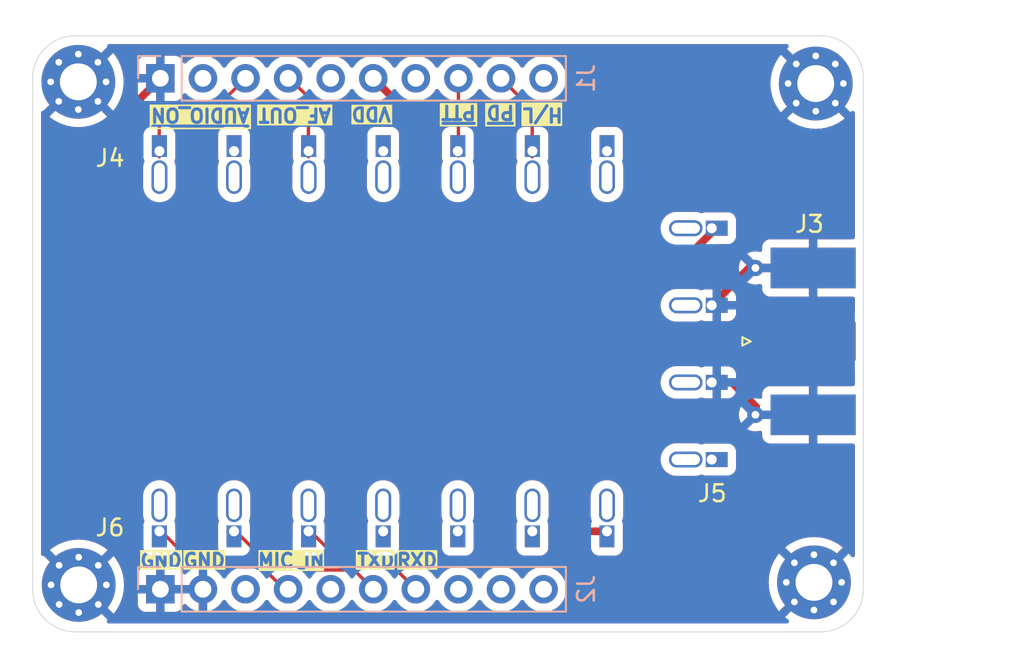
<source format=kicad_pcb>
(kicad_pcb (version 20240108) (generator "pcbnew") (generator_version "8.0")
  (layers (0 "F.Cu" signal) (31 "B.Cu" signal) (34 "B.Paste" user) (35 "F.Paste" user) (36 "B.SilkS" user "B.Silkscreen") (37 "F.SilkS" user "F.Silkscreen") (38 "B.Mask" user) (39 "F.Mask" user) (44 "Edge.Cuts" user))
  (net 0 "")
  (net 1 "GND")
  (net 2 "/~{Audio_ON}")
  (net 3 "/AF_OUT")
  (net 4 "/RXD")
  (net 6 "/MIC_IN")
  (net 7 "/~{PD}")
  (net 8 "/TXD")
  (net 9 "/H{slash}L")
  (net 10 "VDD")
  (net 12 "/~{PTT}")
  (net 13 "/ANT")
  (net 14 "/NC04")
  (net 15 "/NC02")
  (net 16 "/NC11")
  (net 17 "/NC13")
  (net 18 "/NC14")
  (net 19 "/NC15")
  (net 26 "/OPC")
  (footprint "MountingHole:MountingHole_2.2mm_M2_Pad_Via" (layer "F.Cu") (at 132.287594 103.87908)
    (property "Reference" "REF3" (hide yes))
    (property "Value" "Conn_01x01")
    (pad "1" thru_hole circle (at -1.65 0) (size 0.7 0.7) (drill 0.4) (layers "*.Cu" "*.Mask") (net 1 "GND"))
    (pad "1" thru_hole circle (at -1.166726 -1.166726) (size 0.7 0.7) (drill 0.4) (layers "*.Cu" "*.Mask") (net 1 "GND"))
    (pad "1" thru_hole circle (at -1.166726 1.166726) (size 0.7 0.7) (drill 0.4) (layers "*.Cu" "*.Mask") (net 1 "GND"))
    (pad "1" thru_hole circle (at 0 -1.65) (size 0.7 0.7) (drill 0.4) (layers "*.Cu" "*.Mask") (net 1 "GND"))
    (pad "1" thru_hole circle (at 0 0) (size 4.4 4.4) (drill 2.2) (layers "*.Cu" "*.Mask") (net 1 "GND"))
    (pad "1" thru_hole circle (at 0 1.65) (size 0.7 0.7) (drill 0.4) (layers "*.Cu" "*.Mask") (net 1 "GND"))
    (pad "1" thru_hole circle (at 1.166726 -1.166726) (size 0.7 0.7) (drill 0.4) (layers "*.Cu" "*.Mask") (net 1 "GND"))
    (pad "1" thru_hole circle (at 1.166726 1.166726) (size 0.7 0.7) (drill 0.4) (layers "*.Cu" "*.Mask") (net 1 "GND"))
    (pad "1" thru_hole circle (at 1.65 0) (size 0.7 0.7) (drill 0.4) (layers "*.Cu" "*.Mask") (net 1 "GND"))
  )
  (footprint "FlexyPin:FlexyPin_1x04_P4.60mm" (layer "F.Cu") (at 170.050534 96.401419 180)
    (property "Reference" "J5" (at -0.033709 -2.022038 0) (layer "F.SilkS"))
    (property "Value" "Conn_01x04")
    (pad "" thru_hole oval (at 1.55 0 180) (size 2 0.95) (drill oval 1.7 0.65) (layers "*.Cu" "*.Mask"))
    (pad "" thru_hole oval (at 1.55 4.6 180) (size 2 0.95) (drill oval 1.7 0.65) (layers "*.Cu" "*.Mask"))
    (pad "" thru_hole oval (at 1.55 9.2 180) (size 2 0.95) (drill oval 1.7 0.65) (layers "*.Cu" "*.Mask"))
    (pad "" thru_hole oval (at 1.55 13.8 180) (size 2 0.95) (drill oval 1.7 0.65) (layers "*.Cu" "*.Mask"))
    (pad "1" thru_hole rect (at 0 0 180) (size 1.3 0.9) (drill 0.6 (offset -0.3 0)) (layers "*.Cu" "*.Mask") (net 16 "/NC11"))
    (pad "2" thru_hole rect (at 0 4.6 180) (size 1.3 0.9) (drill 0.6 (offset -0.3 0)) (layers "*.Cu" "*.Mask") (net 1 "GND"))
    (pad "3" thru_hole rect (at 0 9.2 180) (size 1.3 0.9) (drill 0.6 (offset -0.3 0)) (layers "*.Cu" "*.Mask") (net 1 "GND"))
    (pad "4" thru_hole rect (at 0 13.8 180) (size 1.3 0.9) (drill 0.6 (offset -0.3 0)) (layers "*.Cu" "*.Mask") (net 10 "VDD"))
  )
  (footprint "MountingHole:MountingHole_2.2mm_M2_Pad_Via" (layer "F.Cu") (at 176.256986 73.972015)
    (property "Reference" "REF2" (hide yes))
    (property "Value" "Conn_01x01")
    (pad "1" thru_hole circle (at -1.65 0) (size 0.7 0.7) (drill 0.4) (layers "*.Cu" "*.Mask") (net 1 "GND"))
    (pad "1" thru_hole circle (at -1.166726 -1.166726) (size 0.7 0.7) (drill 0.4) (layers "*.Cu" "*.Mask") (net 1 "GND"))
    (pad "1" thru_hole circle (at -1.166726 1.166726) (size 0.7 0.7) (drill 0.4) (layers "*.Cu" "*.Mask") (net 1 "GND"))
    (pad "1" thru_hole circle (at 0 -1.65) (size 0.7 0.7) (drill 0.4) (layers "*.Cu" "*.Mask") (net 1 "GND"))
    (pad "1" thru_hole circle (at 0 0) (size 4.4 4.4) (drill 2.2) (layers "*.Cu" "*.Mask") (net 1 "GND"))
    (pad "1" thru_hole circle (at 0 1.65) (size 0.7 0.7) (drill 0.4) (layers "*.Cu" "*.Mask") (net 1 "GND"))
    (pad "1" thru_hole circle (at 1.166726 -1.166726) (size 0.7 0.7) (drill 0.4) (layers "*.Cu" "*.Mask") (net 1 "GND"))
    (pad "1" thru_hole circle (at 1.166726 1.166726) (size 0.7 0.7) (drill 0.4) (layers "*.Cu" "*.Mask") (net 1 "GND"))
    (pad "1" thru_hole circle (at 1.65 0) (size 0.7 0.7) (drill 0.4) (layers "*.Cu" "*.Mask") (net 1 "GND"))
  )
  (footprint "FlexyPin:FlexyPin_1x07_P4.45mm" (layer "F.Cu") (at 163.803844 78.003255 -90)
    (property "Reference" "J4" (at 0.420719 29.6463 0) (layer "F.SilkS"))
    (property "Value" "Conn_01x07")
    (pad "" thru_hole oval (at 1.55 0 270) (size 2 0.95) (drill oval 1.7 0.65) (layers "*.Cu" "*.Mask"))
    (pad "" thru_hole oval (at 1.55 4.45 270) (size 2 0.95) (drill oval 1.7 0.65) (layers "*.Cu" "*.Mask"))
    (pad "" thru_hole oval (at 1.55 8.9 270) (size 2 0.95) (drill oval 1.7 0.65) (layers "*.Cu" "*.Mask"))
    (pad "" thru_hole oval (at 1.55 13.35 270) (size 2 0.95) (drill oval 1.7 0.65) (layers "*.Cu" "*.Mask"))
    (pad "" thru_hole oval (at 1.55 17.8 270) (size 2 0.95) (drill oval 1.7 0.65) (layers "*.Cu" "*.Mask"))
    (pad "" thru_hole oval (at 1.55 22.25 270) (size 2 0.95) (drill oval 1.7 0.65) (layers "*.Cu" "*.Mask"))
    (pad "" thru_hole oval (at 1.55 26.7 270) (size 2 0.95) (drill oval 1.7 0.65) (layers "*.Cu" "*.Mask"))
    (pad "1" thru_hole rect (at 0 0 270) (size 1.3 0.9) (drill 0.6 (offset -0.3 0)) (layers "*.Cu" "*.Mask") (net 9 "/H{slash}L"))
    (pad "2" thru_hole rect (at 0 4.45 270) (size 1.3 0.9) (drill 0.6 (offset -0.3 0)) (layers "*.Cu" "*.Mask") (net 7 "/~{PD}"))
    (pad "3" thru_hole rect (at 0 8.9 270) (size 1.3 0.9) (drill 0.6 (offset -0.3 0)) (layers "*.Cu" "*.Mask") (net 12 "/~{PTT}"))
    (pad "4" thru_hole rect (at 0 13.35 270) (size 1.3 0.9) (drill 0.6 (offset -0.3 0)) (layers "*.Cu" "*.Mask") (net 14 "/NC04"))
    (pad "5" thru_hole rect (at 0 17.8 270) (size 1.3 0.9) (drill 0.6 (offset -0.3 0)) (layers "*.Cu" "*.Mask") (net 3 "/AF_OUT"))
    (pad "6" thru_hole rect (at 0 22.25 270) (size 1.3 0.9) (drill 0.6 (offset -0.3 0)) (layers "*.Cu" "*.Mask") (net 15 "/NC02"))
    (pad "7" thru_hole rect (at 0 26.7 270) (size 1.3 0.9) (drill 0.6 (offset -0.3 0)) (layers "*.Cu" "*.Mask") (net 2 "/~{Audio_ON}"))
  )
  (footprint "Connector_Coaxial:SMA_Molex_73251-1153_EdgeMount_Horizontal" (layer "F.Cu") (at 174.377887 89.353425 180)
    (property "Reference" "J3" (at -1.5 7 0) (layer "F.SilkS"))
    (property "Value" "Conn_Coaxial")
    (fp_line (start 2.5 0.25) (end 2 0) (stroke (width 0.12)) (layer "F.SilkS"))
    (fp_line (start 2.5 -0.25) (end 2.5 0.25) (stroke (width 0.12)) (layer "F.SilkS"))
    (fp_line (start 2 0) (end 2.5 -0.25) (stroke (width 0.12)) (layer "F.SilkS"))
    (pad "1" smd rect (at -1.72 0 180) (size 5.08 2.29) (layers "F.Cu" "F.Paste" "F.Mask") (net 13 "/ANT"))
    (pad "2" smd rect (at -1.72 -4.38 180) (size 5.08 2.42) (layers "F.Cu" "F.Paste" "F.Mask") (net 1 "GND"))
    (pad "2" smd rect (at -1.72 -4.38 180) (size 5.08 2.42) (layers "B.Cu" "B.Paste" "B.Mask") (net 1 "GND"))
    (pad "2" smd rect (at -1.72 4.38 180) (size 5.08 2.42) (layers "F.Cu" "F.Paste" "F.Mask") (net 1 "GND"))
    (pad "2" smd rect (at -1.72 4.38 180) (size 5.08 2.42) (layers "B.Cu" "B.Paste" "B.Mask") (net 1 "GND"))
    (pad "2" smd rect (at 1.27 -4.38 180) (size 0.95 0.46) (layers "F.Cu") (net 1 "GND"))
    (pad "2" smd rect (at 1.27 -4.38 180) (size 0.95 0.46) (layers "B.Cu") (net 1 "GND"))
    (pad "2" smd rect (at 1.27 4.38 180) (size 0.95 0.46) (layers "F.Cu") (net 1 "GND"))
    (pad "2" smd rect (at 1.27 4.38 180) (size 0.95 0.46) (layers "B.Cu") (net 1 "GND"))
    (pad "2" thru_hole circle (at 1.72 -4.38 180) (size 0.97 0.97) (drill 0.46) (layers "*.Cu") (net 1 "GND"))
    (pad "2" thru_hole circle (at 1.72 4.38 180) (size 0.97 0.97) (drill 0.46) (layers "*.Cu") (net 1 "GND"))
  )
  (footprint "MountingHole:MountingHole_2.2mm_M2_Pad_Via" (layer "F.Cu") (at 132.265465 73.869715)
    (property "Reference" "REF1" (hide yes))
    (property "Value" "Conn_01x01")
    (pad "1" thru_hole circle (at -1.65 0) (size 0.7 0.7) (drill 0.4) (layers "*.Cu" "*.Mask") (net 1 "GND"))
    (pad "1" thru_hole circle (at -1.166726 -1.166726) (size 0.7 0.7) (drill 0.4) (layers "*.Cu" "*.Mask") (net 1 "GND"))
    (pad "1" thru_hole circle (at -1.166726 1.166726) (size 0.7 0.7) (drill 0.4) (layers "*.Cu" "*.Mask") (net 1 "GND"))
    (pad "1" thru_hole circle (at 0 -1.65) (size 0.7 0.7) (drill 0.4) (layers "*.Cu" "*.Mask") (net 1 "GND"))
    (pad "1" thru_hole circle (at 0 0) (size 4.4 4.4) (drill 2.2) (layers "*.Cu" "*.Mask") (net 1 "GND"))
    (pad "1" thru_hole circle (at 0 1.65) (size 0.7 0.7) (drill 0.4) (layers "*.Cu" "*.Mask") (net 1 "GND"))
    (pad "1" thru_hole circle (at 1.166726 -1.166726) (size 0.7 0.7) (drill 0.4) (layers "*.Cu" "*.Mask") (net 1 "GND"))
    (pad "1" thru_hole circle (at 1.166726 1.166726) (size 0.7 0.7) (drill 0.4) (layers "*.Cu" "*.Mask") (net 1 "GND"))
    (pad "1" thru_hole circle (at 1.65 0) (size 0.7 0.7) (drill 0.4) (layers "*.Cu" "*.Mask") (net 1 "GND"))
  )
  (footprint "FlexyPin:FlexyPin_1x07_P4.45mm" (layer "F.Cu") (at 137.101526 100.682648 90)
    (property "Reference" "J6" (at 0.216785 -2.9463 180) (layer "F.SilkS"))
    (property "Value" "Conn_01x07")
    (pad "" thru_hole oval (at 1.55 0 90) (size 2 0.95) (drill oval 1.7 0.65) (layers "*.Cu" "*.Mask"))
    (pad "" thru_hole oval (at 1.55 4.45 90) (size 2 0.95) (drill oval 1.7 0.65) (layers "*.Cu" "*.Mask"))
    (pad "" thru_hole oval (at 1.55 8.9 90) (size 2 0.95) (drill oval 1.7 0.65) (layers "*.Cu" "*.Mask"))
    (pad "" thru_hole oval (at 1.55 13.35 90) (size 2 0.95) (drill oval 1.7 0.65) (layers "*.Cu" "*.Mask"))
    (pad "" thru_hole oval (at 1.55 17.8 90) (size 2 0.95) (drill oval 1.7 0.65) (layers "*.Cu" "*.Mask"))
    (pad "" thru_hole oval (at 1.55 22.25 90) (size 2 0.95) (drill oval 1.7 0.65) (layers "*.Cu" "*.Mask"))
    (pad "" thru_hole oval (at 1.55 26.7 90) (size 2 0.95) (drill oval 1.7 0.65) (layers "*.Cu" "*.Mask"))
    (pad "1" thru_hole rect (at 0 0 90) (size 1.3 0.9) (drill 0.6 (offset -0.3 0)) (layers "*.Cu" "*.Mask") (net 6 "/MIC_IN"))
    (pad "2" thru_hole rect (at 0 4.45 90) (size 1.3 0.9) (drill 0.6 (offset -0.3 0)) (layers "*.Cu" "*.Mask") (net 8 "/TXD"))
    (pad "3" thru_hole rect (at 0 8.9 90) (size 1.3 0.9) (drill 0.6 (offset -0.3 0)) (layers "*.Cu" "*.Mask") (net 4 "/RXD"))
    (pad "4" thru_hole rect (at 0 13.35 90) (size 1.3 0.9) (drill 0.6 (offset -0.3 0)) (layers "*.Cu" "*.Mask") (net 19 "/NC15"))
    (pad "5" thru_hole rect (at 0 17.8 90) (size 1.3 0.9) (drill 0.6 (offset -0.3 0)) (layers "*.Cu" "*.Mask") (net 18 "/NC14"))
    (pad "6" thru_hole rect (at 0 22.25 90) (size 1.3 0.9) (drill 0.6 (offset -0.3 0)) (layers "*.Cu" "*.Mask") (net 17 "/NC13"))
    (pad "7" thru_hole rect (at 0 26.7 90) (size 1.3 0.9) (drill 0.6 (offset -0.3 0)) (layers "*.Cu" "*.Mask") (net 13 "/ANT"))
  )
  (footprint "MountingHole:MountingHole_2.2mm_M2_Pad_Via" (layer "F.Cu") (at 176.15 103.728194)
    (property "Reference" "REF4" (hide yes))
    (property "Value" "Conn_01x01")
    (pad "1" thru_hole circle (at -1.65 0) (size 0.7 0.7) (drill 0.4) (layers "*.Cu" "*.Mask") (net 1 "GND"))
    (pad "1" thru_hole circle (at -1.166726 -1.166726) (size 0.7 0.7) (drill 0.4) (layers "*.Cu" "*.Mask") (net 1 "GND"))
    (pad "1" thru_hole circle (at -1.166726 1.166726) (size 0.7 0.7) (drill 0.4) (layers "*.Cu" "*.Mask") (net 1 "GND"))
    (pad "1" thru_hole circle (at 0 -1.65) (size 0.7 0.7) (drill 0.4) (layers "*.Cu" "*.Mask") (net 1 "GND"))
    (pad "1" thru_hole circle (at 0 0) (size 4.4 4.4) (drill 2.2) (layers "*.Cu" "*.Mask") (net 1 "GND"))
    (pad "1" thru_hole circle (at 0 1.65) (size 0.7 0.7) (drill 0.4) (layers "*.Cu" "*.Mask") (net 1 "GND"))
    (pad "1" thru_hole circle (at 1.166726 -1.166726) (size 0.7 0.7) (drill 0.4) (layers "*.Cu" "*.Mask") (net 1 "GND"))
    (pad "1" thru_hole circle (at 1.166726 1.166726) (size 0.7 0.7) (drill 0.4) (layers "*.Cu" "*.Mask") (net 1 "GND"))
    (pad "1" thru_hole circle (at 1.65 0) (size 0.7 0.7) (drill 0.4) (layers "*.Cu" "*.Mask") (net 1 "GND"))
  )
  (footprint "Connector_PinHeader_2.54mm:PinHeader_1x10_P2.54mm_Vertical" (layer "B.Cu") (at 137.16 73.66 -90)
    (property "Reference" "J1" (at 0 -25.4 90) (layer "B.SilkS") (effects (justify mirror)))
    (property "Value" "Conn_01x10")
    (fp_line (start -1.33 1.33) (end -1.33 0) (stroke (width 0.12)) (layer "B.SilkS"))
    (fp_line (start 0 1.33) (end -1.33 1.33) (stroke (width 0.12)) (layer "B.SilkS"))
    (fp_line (start 1.33 -1.27) (end -1.33 -1.27) (stroke (width 0.12)) (layer "B.SilkS"))
    (fp_line (start -1.33 -24.19) (end -1.33 -1.27) (stroke (width 0.12)) (layer "B.SilkS"))
    (fp_line (start 1.33 -24.19) (end 1.33 -1.27) (stroke (width 0.12)) (layer "B.SilkS"))
    (fp_line (start 1.33 -24.19) (end -1.33 -24.19) (stroke (width 0.12)) (layer "B.SilkS"))
    (pad "1" thru_hole rect (at 0 0 270) (size 1.7 1.7) (drill 1) (layers "*.Cu" "*.Mask") (net 1 "GND"))
    (pad "2" thru_hole oval (at 0 -2.54 270) (size 1.7 1.7) (drill 1) (layers "*.Cu" "*.Mask"))
    (pad "3" thru_hole oval (at 0 -5.08 270) (size 1.7 1.7) (drill 1) (layers "*.Cu" "*.Mask") (net 2 "/~{Audio_ON}"))
    (pad "4" thru_hole oval (at 0 -7.62 270) (size 1.7 1.7) (drill 1) (layers "*.Cu" "*.Mask") (net 3 "/AF_OUT"))
    (pad "5" thru_hole oval (at 0 -10.16 270) (size 1.7 1.7) (drill 1) (layers "*.Cu" "*.Mask"))
    (pad "6" thru_hole oval (at 0 -12.7 270) (size 1.7 1.7) (drill 1) (layers "*.Cu" "*.Mask") (net 10 "VDD"))
    (pad "7" thru_hole oval (at 0 -15.24 270) (size 1.7 1.7) (drill 1) (layers "*.Cu" "*.Mask"))
    (pad "8" thru_hole oval (at 0 -17.78 270) (size 1.7 1.7) (drill 1) (layers "*.Cu" "*.Mask") (net 12 "/~{PTT}"))
    (pad "9" thru_hole oval (at 0 -20.32 270) (size 1.7 1.7) (drill 1) (layers "*.Cu" "*.Mask") (net 7 "/~{PD}"))
    (pad "10" thru_hole oval (at 0 -22.86 270) (size 1.7 1.7) (drill 1) (layers "*.Cu" "*.Mask") (net 26 "/OPC"))
  )
  (footprint "Connector_PinHeader_2.54mm:PinHeader_1x10_P2.54mm_Vertical" (layer "B.Cu") (at 137.16 104.14 -90)
    (property "Reference" "J2" (at 0 -25.4 90) (layer "B.SilkS") (effects (justify mirror)))
    (property "Value" "Conn_01x10")
    (fp_line (start -1.33 1.33) (end -1.33 0) (stroke (width 0.12)) (layer "B.SilkS"))
    (fp_line (start 0 1.33) (end -1.33 1.33) (stroke (width 0.12)) (layer "B.SilkS"))
    (fp_line (start 1.33 -1.27) (end -1.33 -1.27) (stroke (width 0.12)) (layer "B.SilkS"))
    (fp_line (start -1.33 -24.19) (end -1.33 -1.27) (stroke (width 0.12)) (layer "B.SilkS"))
    (fp_line (start 1.33 -24.19) (end 1.33 -1.27) (stroke (width 0.12)) (layer "B.SilkS"))
    (fp_line (start 1.33 -24.19) (end -1.33 -24.19) (stroke (width 0.12)) (layer "B.SilkS"))
    (pad "1" thru_hole rect (at 0 0 270) (size 1.7 1.7) (drill 1) (layers "*.Cu" "*.Mask") (net 1 "GND"))
    (pad "2" thru_hole oval (at 0 -2.54 270) (size 1.7 1.7) (drill 1) (layers "*.Cu" "*.Mask") (net 1 "GND"))
    (pad "3" thru_hole oval (at 0 -5.08 270) (size 1.7 1.7) (drill 1) (layers "*.Cu" "*.Mask"))
    (pad "4" thru_hole oval (at 0 -7.62 270) (size 1.7 1.7) (drill 1) (layers "*.Cu" "*.Mask") (net 6 "/MIC_IN"))
    (pad "5" thru_hole oval (at 0 -10.16 270) (size 1.7 1.7) (drill 1) (layers "*.Cu" "*.Mask"))
    (pad "6" thru_hole oval (at 0 -12.7 270) (size 1.7 1.7) (drill 1) (layers "*.Cu" "*.Mask") (net 8 "/TXD"))
    (pad "7" thru_hole oval (at 0 -15.24 270) (size 1.7 1.7) (drill 1) (layers "*.Cu" "*.Mask") (net 4 "/RXD"))
    (pad "8" thru_hole oval (at 0 -17.78 270) (size 1.7 1.7) (drill 1) (layers "*.Cu" "*.Mask"))
    (pad "9" thru_hole oval (at 0 -20.32 270) (size 1.7 1.7) (drill 1) (layers "*.Cu" "*.Mask"))
    (pad "10" thru_hole oval (at 0 -22.86 270) (size 1.7 1.7) (drill 1) (layers "*.Cu" "*.Mask"))
  )
  (gr_line (start 129.54 104.14) (end 129.54 73.66) (stroke (width 0.05)) (layer "Edge.Cuts"))
  (gr_arc (start 176.553063 71.12) (mid 178.349114 71.863949) (end 179.093063 73.66) (stroke (width 0.05)) (layer "Edge.Cuts"))
  (gr_arc (start 132.079373 106.68) (mid 130.283949 105.936051) (end 129.54 104.14) (stroke (width 0.05)) (layer "Edge.Cuts"))
  (gr_line (start 132.08 71.12) (end 176.553063 71.12) (stroke (width 0.05)) (layer "Edge.Cuts"))
  (gr_arc (start 179.093063 104.14) (mid 178.349112 105.936038) (end 176.553063 106.68) (stroke (width 0.05)) (layer "Edge.Cuts"))
  (gr_arc (start 129.54 73.66) (mid 130.283949 71.863949) (end 132.08 71.12) (stroke (width 0.05)) (layer "Edge.Cuts"))
  (gr_line (start 176.553063 106.68) (end 132.079373 106.68) (stroke (width 0.05)) (layer "Edge.Cuts"))
  (gr_line (start 179.093063 104.14) (end 179.093063 73.66) (stroke (width 0.05)) (layer "Edge.Cuts"))
  (gr_text "~{AUDIO_ON}" (at 142.579723 75.379883 180) (layer "F.SilkS" knockout) (effects (font (size 0.8 0.8) (thickness 0.1875) (bold yes)) (justify left bottom)))
  (gr_text "~{PTT}" (at 156.080684 75.215859 180) (layer "F.SilkS" knockout) (effects (font (size 0.8 0.8) (thickness 0.1875) (bold yes)) (justify left bottom)))
  (gr_text "H/L" (at 161.257263 75.373322 180) (layer "F.SilkS" knockout) (effects (font (size 0.8 0.8) (thickness 0.1875) (bold yes)) (justify left bottom)))
  (gr_text "RXD" (at 151.165922 102.897252 0) (layer "F.SilkS" knockout) (effects (font (size 0.8 0.8) (thickness 0.1875) (bold yes)) (justify left bottom)))
  (gr_text "TXD" (at 148.803985 102.897252 0) (layer "F.SilkS" knockout) (effects (font (size 0.8 0.8) (thickness 0.1875) (bold yes)) (justify left bottom)))
  (gr_text "VDD" (at 151 75.314273 180) (layer "F.SilkS" knockout) (effects (font (size 0.8 0.8) (thickness 0.1875) (bold yes)) (justify left bottom)))
  (gr_text "GND" (at 135.861165 102.897252 0) (layer "F.SilkS" knockout) (effects (font (size 0.8 0.8) (thickness 0.1875) (bold yes)) (justify left bottom)))
  (gr_text "~{PD}" (at 158.36389 75.215859 180) (layer "F.SilkS" knockout) (effects (font (size 0.8 0.8) (thickness 0.1875) (bold yes)) (justify left bottom)))
  (gr_text "MIC_IN" (at 142.881743 102.897252 0) (layer "F.SilkS" knockout) (effects (font (size 0.8 0.8) (thickness 0.1875) (bold yes)) (justify left bottom)))
  (gr_text "GND" (at 138.442297 102.897252 0) (layer "F.SilkS" knockout) (effects (font (size 0.8 0.8) (thickness 0.1875) (bold yes)) (justify left bottom)))
  (gr_text "AF_OUT" (at 147.431659 75.377972 180) (layer "F.SilkS" knockout) (effects (font (size 0.8 0.8) (thickness 0.1875) (bold yes)) (justify left bottom)))
  (segment (start 137.16 73.66) (end 132.647 78.173) (width 0.46) (layer "F.Cu") (net 1))
  (segment (start 132.647 78.173) (end 132.647 84.8532) (width 0.46) (layer "F.Cu") (net 1))
  (segment (start 171.244419 91.801419) (end 172.700594 93.257594) (width 0.46) (layer "F.Cu") (net 1))
  (segment (start 173.107887 84.973425) (end 172.278528 84.973425) (width 0.46) (layer "F.Cu") (net 1))
  (segment (start 172.278528 84.973425) (end 170.050534 87.201419) (width 0.46) (layer "F.Cu") (net 1))
  (segment (start 172.700594 93.257594) (end 172.700594 93.761835) (width 0.46) (layer "F.Cu") (net 1))
  (segment (start 170.050534 91.801419) (end 171.244419 91.801419) (width 0.46) (layer "F.Cu") (net 1))
  (segment (start 142.24 73.66) (end 140.44677 75.45323) (width 0.2) (layer "F.Cu") (net 2))
  (segment (start 137.90677 75.45323) (end 137.0919 76.2681) (width 0.2) (layer "F.Cu") (net 2))
  (segment (start 140.44677 75.45323) (end 137.90677 75.45323) (width 0.2) (layer "F.Cu") (net 2))
  (segment (start 137.0919 76.2681) (end 137.0919 78.343) (width 0.2) (layer "F.Cu") (net 2))
  (segment (start 145.9919 74.792281) (end 145.9919 78.343) (width 0.2) (layer "F.Cu") (net 3))
  (segment (start 144.859619 73.66) (end 145.9919 74.792281) (width 0.2) (layer "F.Cu") (net 3))
  (segment (start 147.773228 102.344528) (end 145.9919 100.5632) (width 0.2) (layer "F.Cu") (net 4))
  (segment (start 152.4 104.14) (end 150.604528 102.344528) (width 0.2) (layer "F.Cu") (net 4))
  (segment (start 150.604528 102.344528) (end 147.773228 102.344528) (width 0.2) (layer "F.Cu") (net 4))
  (segment (start 143.208912 102.795897) (end 139.324597 102.795897) (width 0.2) (layer "F.Cu") (net 6))
  (segment (start 144.553015 104.14) (end 143.208912 102.795897) (width 0.2) (layer "F.Cu") (net 6))
  (segment (start 139.324597 102.795897) (end 137.0919 100.5632) (width 0.2) (layer "F.Cu") (net 6))
  (segment (start 157.48 73.66) (end 159.3419 75.5219) (width 0.2) (layer "F.Cu") (net 7))
  (segment (start 159.3419 75.5219) (end 159.3419 78.343) (width 0.2) (layer "F.Cu") (net 7))
  (segment (start 144.374799 101.6) (end 142.5787 101.6) (width 0.2) (layer "F.Cu") (net 8))
  (segment (start 142.5787 101.6) (end 141.5419 100.5632) (width 0.2) (layer "F.Cu") (net 8))
  (segment (start 149.86 104.14) (end 148.71 102.99) (width 0.2) (layer "F.Cu") (net 8))
  (segment (start 148.71 102.99) (end 145.764799 102.99) (width 0.2) (layer "F.Cu") (net 8))
  (segment (start 145.764799 102.99) (end 144.374799 101.6) (width 0.2) (layer "F.Cu") (net 8))
  (segment (start 149.86 73.66) (end 152.845578 76.645578) (width 0.46) (layer "F.Cu") (net 10))
  (segment (start 155.23642 83.99742) (end 168.909396 83.99742) (width 0.46) (layer "F.Cu") (net 10))
  (segment (start 170.050534 82.856282) (end 170.050534 82.601419) (width 0.46) (layer "F.Cu") (net 10))
  (segment (start 152.845578 76.645578) (end 152.845578 81.606578) (width 0.46) (layer "F.Cu") (net 10))
  (segment (start 168.909396 83.99742) (end 170.050534 82.856282) (width 0.46) (layer "F.Cu") (net 10))
  (segment (start 152.845578 81.606578) (end 155.23642 83.99742) (width 0.46) (layer "F.Cu") (net 10))
  (segment (start 154.94 73.66) (end 154.94 78.2949) (width 0.2) (layer "F.Cu") (net 12))
  (segment (start 162.749633 100.682648) (end 161.603434 99.536449) (width 0.46) (layer "F.Cu") (net 13))
  (segment (start 161.603434 99.536449) (end 161.603434 92.396566) (width 0.46) (layer "F.Cu") (net 13))
  (segment (start 161.603434 92.396566) (end 164.621599 89.378401) (width 0.46) (layer "F.Cu") (net 13))
  (segment (start 164.621599 89.378401) (end 175.349114 89.378401) (width 0.46) (layer "F.Cu") (net 13))
  (segment (start 163.801526 100.682648) (end 162.749633 100.682648) (width 0.46) (layer "F.Cu") (net 13))
  (zone (net 1) (net_name "GND") (layers "F&B.Cu") (connect_pads (clearance 0.5)) (min_thickness 0.25) (fill yes (thermal_gap 0.5) (thermal_bridge_width 0.5))
    (polygon (pts (xy 181.356 70.612) (xy 181.356 108.204) (xy 128.524 108.204) (xy 128.524 70.612)))
  )
)
</source>
